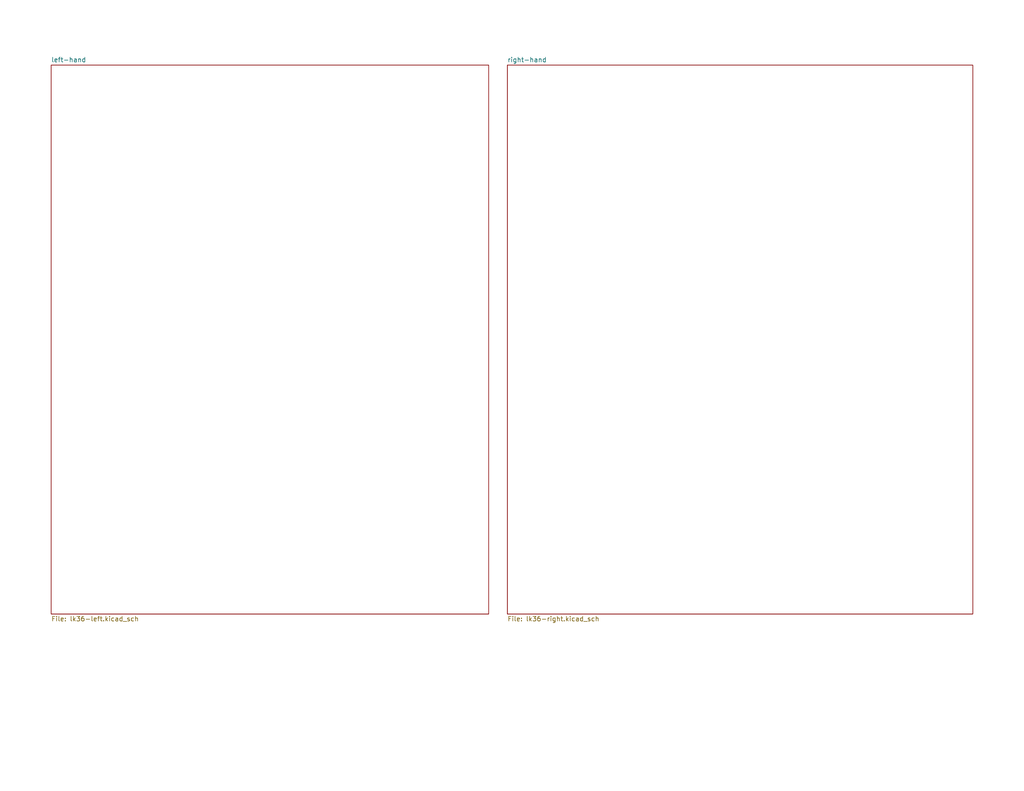
<source format=kicad_sch>
(kicad_sch
	(version 20231120)
	(generator "eeschema")
	(generator_version "8.0")
	(uuid "d95d24f1-13b1-4ae2-8320-d08db88a51be")
	(paper "USLetter")
	(title_block
		(title "LowKey36")
		(date "2024-11-10")
		(rev "2.0")
		(company "mattgilbert.co")
		(comment 1 "Matt Gilbert")
	)
	(lib_symbols)
	(sheet
		(at 138.43 17.78)
		(size 127 149.86)
		(fields_autoplaced yes)
		(stroke
			(width 0.1524)
			(type solid)
		)
		(fill
			(color 0 0 0 0.0000)
		)
		(uuid "09d8dd66-8a72-45c3-9cb4-ff57b68b0975")
		(property "Sheetname" "right-hand"
			(at 138.43 17.0684 0)
			(effects
				(font
					(size 1.27 1.27)
				)
				(justify left bottom)
			)
		)
		(property "Sheetfile" "lk36-right.kicad_sch"
			(at 138.43 168.2246 0)
			(effects
				(font
					(size 1.27 1.27)
				)
				(justify left top)
			)
		)
		(instances
			(project "lowkey36"
				(path "/d95d24f1-13b1-4ae2-8320-d08db88a51be"
					(page "3")
				)
			)
		)
	)
	(sheet
		(at 13.97 17.78)
		(size 119.38 149.86)
		(fields_autoplaced yes)
		(stroke
			(width 0.1524)
			(type solid)
		)
		(fill
			(color 0 0 0 0.0000)
		)
		(uuid "8c9b18ef-0397-4e35-bcbc-03f0d5604b73")
		(property "Sheetname" "left-hand"
			(at 13.97 17.0684 0)
			(effects
				(font
					(size 1.27 1.27)
				)
				(justify left bottom)
			)
		)
		(property "Sheetfile" "lk36-left.kicad_sch"
			(at 13.97 168.2246 0)
			(effects
				(font
					(size 1.27 1.27)
				)
				(justify left top)
			)
		)
		(instances
			(project "lowkey36"
				(path "/d95d24f1-13b1-4ae2-8320-d08db88a51be"
					(page "2")
				)
			)
		)
	)
	(sheet_instances
		(path "/"
			(page "1")
		)
	)
)

</source>
